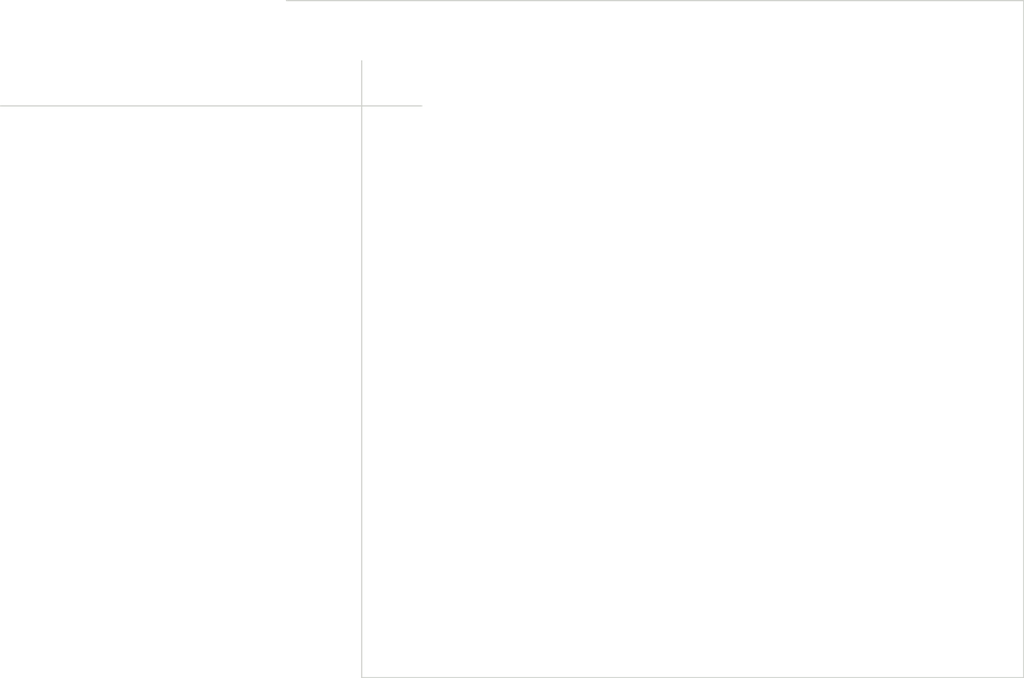
<source format=kicad_pcb>
(kicad_pcb (version 3) (host pcbnew "(2014-06-16 BZR 4947)-product")

  (general
    (links 0)
    (no_connects 0)
    (area 35.509999 24.079999 121.970001 81.330001)
    (thickness 1.6)
    (drawings 5)
    (tracks 0)
    (zones 0)
    (modules 0)
    (nets 1)
  )

  (page A4)
  (layers
    (15 F.Cu signal)
    (0 B.Cu signal)
    (16 B.Adhes user)
    (17 F.Adhes user)
    (18 B.Paste user)
    (19 F.Paste user)
    (20 B.SilkS user)
    (21 F.SilkS user)
    (22 B.Mask user)
    (23 F.Mask user)
    (24 Dwgs.User user)
    (25 Cmts.User user)
    (26 Eco1.User user)
    (27 Eco2.User user)
    (28 Edge.Cuts user)
  )

  (setup
    (last_trace_width 0.2)
    (trace_clearance 0.2)
    (zone_clearance 0.508)
    (zone_45_only no)
    (trace_min 0.2)
    (segment_width 0.2)
    (edge_width 0.1)
    (via_size 1)
    (via_drill 0.8)
    (via_min_size 0.889)
    (via_min_drill 0.508)
    (uvia_size 0.508)
    (uvia_drill 0.127)
    (uvias_allowed no)
    (uvia_min_size 0.508)
    (uvia_min_drill 0.127)
    (pcb_text_width 0.3)
    (pcb_text_size 1.5 1.5)
    (mod_edge_width 0.15)
    (mod_text_size 1 1)
    (mod_text_width 0.15)
    (pad_size 1.5 1.5)
    (pad_drill 0.6)
    (pad_to_mask_clearance 0)
    (aux_axis_origin 0 0)
    (visible_elements FFFFFF7F)
    (pcbplotparams
      (layerselection 3178497)
      (usegerberextensions true)
      (excludeedgelayer true)
      (linewidth 0.100000)
      (plotframeref false)
      (viasonmask false)
      (mode 1)
      (useauxorigin false)
      (hpglpennumber 1)
      (hpglpenspeed 20)
      (hpglpendiameter 15)
      (hpglpenoverlay 2)
      (psnegative false)
      (psa4output false)
      (plotreference true)
      (plotvalue true)
      (plotinvisibletext false)
      (padsonsilk false)
      (subtractmaskfromsilk false)
      (outputformat 1)
      (mirror false)
      (drillshape 1)
      (scaleselection 1)
      (outputdirectory ""))
  )

  (net 0 "")

  (net_class Default "This is the default net class."
    (clearance 0.2)
    (trace_width 0.2)
    (via_dia 1)
    (via_drill 0.8)
    (uvia_dia 0.508)
    (uvia_drill 0.127)
  )

  (net_class power ""
    (clearance 0.2)
    (trace_width 1)
    (via_dia 1)
    (via_drill 0.8)
    (uvia_dia 0.508)
    (uvia_drill 0.127)
  )

  (net_class signal ""
    (clearance 0.2)
    (trace_width 0.2)
    (via_dia 1)
    (via_drill 0.8)
    (uvia_dia 0.508)
    (uvia_drill 0.127)
  )

  (gr_line (start 66.04 81.28) (end 66.04 29.21) (angle 90) (layer Edge.Cuts) (width 0.1))
  (gr_line (start 121.92 81.28) (end 66.04 81.28) (angle 90) (layer Edge.Cuts) (width 0.1))
  (gr_line (start 121.92 24.13) (end 121.92 81.28) (angle 90) (layer Edge.Cuts) (width 0.1))
  (gr_line (start 59.69 24.13) (end 121.92 24.13) (angle 90) (layer Edge.Cuts) (width 0.1))
  (gr_line (start 35.56 33.02) (end 71.12 33.02) (angle 90) (layer Edge.Cuts) (width 0.1))

)

</source>
